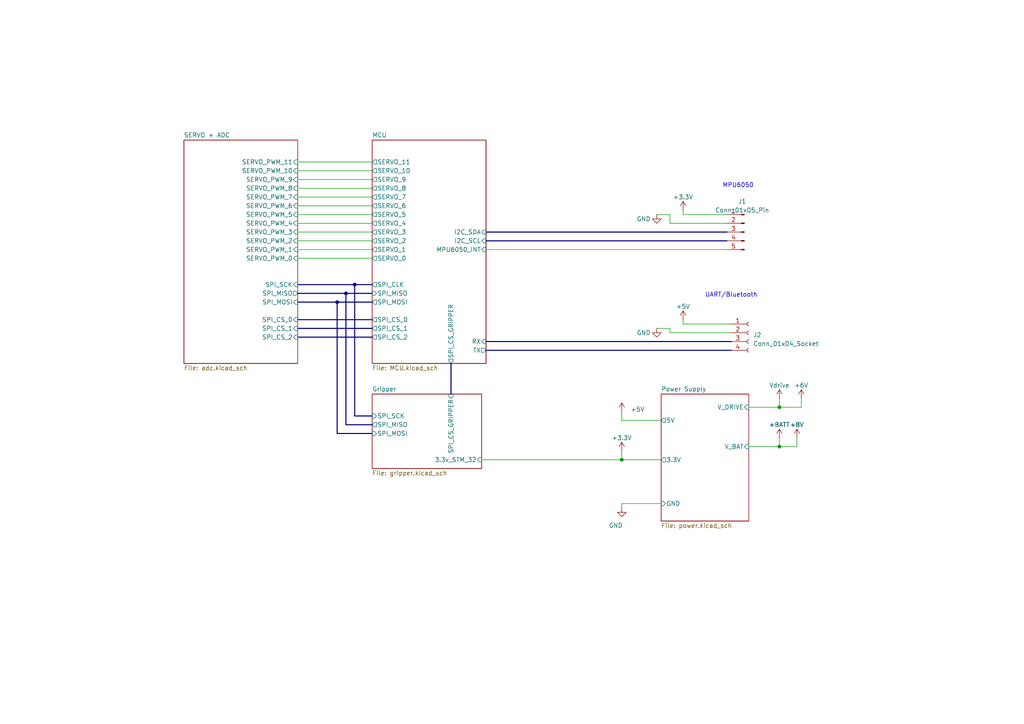
<source format=kicad_sch>
(kicad_sch (version 20230121) (generator eeschema)
  (paper "A4")
  (title_block (title "Hexapod v2.0"))
  (lib_symbols
    (symbol "Connector:Conn_01x04_Socket" (pin_names (offset 1.016) hide)
      (property "Reference" "J" (at 0 5.08 0))
      (property "Value" "Conn_01x04_Socket" (at 0 -7.62 0))
      (symbol "Conn_01x04_Socket_1_1"
        (arc (start 0 -4.572) (mid -0.5058 -5.08) (end 0 -5.588) (stroke (width 0.1524)))
        (arc (start 0 -2.032) (mid -0.5058 -2.54) (end 0 -3.048) (stroke (width 0.1524)))
        (polyline (pts (xy -1.27 -5.08) (xy -0.508 -5.08)) (stroke (width 0.1524)))
        (polyline (pts (xy -1.27 -2.54) (xy -0.508 -2.54)) (stroke (width 0.1524)))
        (polyline (pts (xy -1.27 0) (xy -0.508 0)) (stroke (width 0.1524)))
        (polyline (pts (xy -1.27 2.54) (xy -0.508 2.54)) (stroke (width 0.1524)))
        (arc (start 0 0.508) (mid -0.5058 0) (end 0 -0.508) (stroke (width 0.1524)))
        (arc (start 0 3.048) (mid -0.5058 2.54) (end 0 2.032) (stroke (width 0.1524)))
        (pin passive line (at -5.08 2.54 0) (length 3.81) (name "Pin_1") (number "1"))
        (pin passive line (at -5.08 0 0) (length 3.81) (name "Pin_2") (number "2"))
        (pin passive line (at -5.08 -2.54 0) (length 3.81) (name "Pin_3") (number "3"))
        (pin passive line (at -5.08 -5.08 0) (length 3.81) (name "Pin_4") (number "4"))
      )
    )
    (symbol "Connector:Conn_01x05_Pin" (pin_names (offset 1.016) hide)
      (property "Reference" "J" (at 0 7.62 0))
      (property "Value" "Conn_01x05_Pin" (at 0 -7.62 0))
      (symbol "Conn_01x05_Pin_1_1"
        (polyline (pts (xy 1.27 -5.08) (xy 0.8636 -5.08)) (stroke (width 0.1524)))
        (polyline (pts (xy 1.27 -2.54) (xy 0.8636 -2.54)) (stroke (width 0.1524)))
        (polyline (pts (xy 1.27 0) (xy 0.8636 0)) (stroke (width 0.1524)))
        (polyline (pts (xy 1.27 2.54) (xy 0.8636 2.54)) (stroke (width 0.1524)))
        (polyline (pts (xy 1.27 5.08) (xy 0.8636 5.08)) (stroke (width 0.1524)))
        (rectangle (start 0.8636 -4.953) (end 0 -5.207) (stroke (width 0.1524)) (fill (type outline)))
        (rectangle (start 0.8636 -2.413) (end 0 -2.667) (stroke (width 0.1524)) (fill (type outline)))
        (rectangle (start 0.8636 0.127) (end 0 -0.127) (stroke (width 0.1524)) (fill (type outline)))
        (rectangle (start 0.8636 2.667) (end 0 2.413) (stroke (width 0.1524)) (fill (type outline)))
        (rectangle (start 0.8636 5.207) (end 0 4.953) (stroke (width 0.1524)) (fill (type outline)))
        (pin passive line (at 5.08 5.08 180) (length 3.81) (name "Pin_1") (number "1"))
        (pin passive line (at 5.08 2.54 180) (length 3.81) (name "Pin_2") (number "2"))
        (pin passive line (at 5.08 0 180) (length 3.81) (name "Pin_3") (number "3"))
        (pin passive line (at 5.08 -2.54 180) (length 3.81) (name "Pin_4") (number "4"))
        (pin passive line (at 5.08 -5.08 180) (length 3.81) (name "Pin_5") (number "5"))
      )
    )
    (symbol "power:+3.3V" (power) (pin_names (offset 0))
      (property "Value" "+3.3V" (at 0 3.556 0))
      (symbol "+3.3V_0_1"
        (polyline (pts (xy -0.762 1.27) (xy 0 2.54)))
        (polyline (pts (xy 0 0) (xy 0 2.54)))
        (polyline (pts (xy 0 2.54) (xy 0.762 1.27)))
      )
      (symbol "+3.3V_1_1"
        (pin power_in line (at 0 0 90) (length 0) hide (name "+3.3V") (number "1"))
      )
    )
    (symbol "power:+5V" (power) (pin_names (offset 0))
      (property "Value" "+5V" (at 0 3.556 0))
      (symbol "+5V_0_1"
        (polyline (pts (xy -0.762 1.27) (xy 0 2.54)))
        (polyline (pts (xy 0 0) (xy 0 2.54)))
        (polyline (pts (xy 0 2.54) (xy 0.762 1.27)))
      )
      (symbol "+5V_1_1"
        (pin power_in line (at 0 0 90) (length 0) hide (name "+5V") (number "1"))
      )
    )
    (symbol "power:+6V" (power) (pin_names (offset 0))
      (property "Value" "+6V" (at 0 3.556 0))
      (symbol "+6V_0_1"
        (polyline (pts (xy -0.762 1.27) (xy 0 2.54)))
        (polyline (pts (xy 0 0) (xy 0 2.54)))
        (polyline (pts (xy 0 2.54) (xy 0.762 1.27)))
      )
      (symbol "+6V_1_1"
        (pin power_in line (at 0 0 90) (length 0) hide (name "+6V") (number "1"))
      )
    )
    (symbol "power:+8V" (power) (pin_names (offset 0))
      (property "Value" "+8V" (at 0 3.556 0))
      (symbol "+8V_0_1"
        (polyline (pts (xy -0.762 1.27) (xy 0 2.54)))
        (polyline (pts (xy 0 0) (xy 0 2.54)))
        (polyline (pts (xy 0 2.54) (xy 0.762 1.27)))
      )
      (symbol "+8V_1_1"
        (pin power_in line (at 0 0 90) (length 0) hide (name "+8V") (number "1"))
      )
    )
    (symbol "power:+BATT" (power) (pin_names (offset 0))
      (property "Value" "+BATT" (at 0 3.556 0))
      (symbol "+BATT_0_1"
        (polyline (pts (xy -0.762 1.27) (xy 0 2.54)))
        (polyline (pts (xy 0 0) (xy 0 2.54)))
        (polyline (pts (xy 0 2.54) (xy 0.762 1.27)))
      )
      (symbol "+BATT_1_1"
        (pin power_in line (at 0 0 90) (length 0) hide (name "+BATT") (number "1"))
      )
    )
    (symbol "power:GND" (power) (pin_names (offset 0))
      (property "Value" "GND" (at 0 -3.81 0))
      (symbol "GND_0_1"
        (polyline (pts (xy 0 0) (xy 0 -1.27) (xy 1.27 -1.27) (xy 0 -2.54) (xy -1.27 -1.27) (xy 0 -1.27)))
      )
      (symbol "GND_1_1"
        (pin power_in line (at 0 0 270) (length 0) hide (name "GND") (number "1"))
      )
    )
    (symbol "power:Vdrive" (power) (pin_names (offset 0))
      (property "Value" "Vdrive" (at 0 3.81 0))
      (symbol "Vdrive_0_1"
        (polyline (pts (xy -0.762 1.27) (xy 0 2.54)))
        (polyline (pts (xy 0 0) (xy 0 2.54)))
        (polyline (pts (xy 0 2.54) (xy 0.762 1.27)))
      )
      (symbol "Vdrive_1_1"
        (pin power_in line (at 0 0 90) (length 0) hide (name "Vdrive") (number "1"))
      )
    )
  )
  (junction (at 226.06 118.11))
  (junction (at 97.79 87.63))
  (junction (at 102.87 82.55))
  (junction (at 226.06 129.54))
  (junction (at 100.33 85.09))
  (junction (at 180.34 133.35))
  (wire (pts (xy 232.41 118.11) (xy 226.06 118.11)))
  (bus (pts (xy 107.95 123.19) (xy 100.33 123.19)))
  (bus (pts (xy 102.87 120.65) (xy 102.87 82.55)))
  (wire (pts (xy 194.31 64.77) (xy 210.82 64.77)))
  (wire (pts (xy 194.31 95.25) (xy 194.31 96.52)))
  (bus (pts (xy 107.95 120.65) (xy 102.87 120.65)))
  (bus (pts (xy 86.36 97.79) (xy 107.95 97.79)))
  (wire (pts (xy 232.41 115.57) (xy 232.41 118.11)))
  (wire (pts (xy 86.36 74.93) (xy 107.95 74.93)))
  (wire (pts (xy 226.06 115.57) (xy 226.06 118.11)))
  (bus (pts (xy 140.97 99.06) (xy 212.09 99.06)))
  (wire (pts (xy 86.36 54.61) (xy 107.95 54.61)))
  (wire (pts (xy 226.06 118.11) (xy 217.17 118.11)))
  (wire (pts (xy 194.31 96.52) (xy 212.09 96.52)))
  (bus (pts (xy 140.97 101.6) (xy 212.09 101.6)))
  (wire (pts (xy 86.36 49.53) (xy 107.95 49.53)))
  (wire (pts (xy 231.14 129.54) (xy 226.06 129.54)))
  (wire (pts (xy 86.36 52.07) (xy 107.95 52.07)))
  (wire (pts (xy 198.12 93.98) (xy 198.12 92.71)))
  (wire (pts (xy 86.36 67.31) (xy 107.95 67.31)))
  (wire (pts (xy 140.97 72.39) (xy 210.82 72.39)))
  (bus (pts (xy 102.87 82.55) (xy 107.95 82.55)))
  (wire (pts (xy 180.34 121.92) (xy 180.34 119.38)))
  (wire (pts (xy 86.36 59.69) (xy 107.95 59.69)))
  (wire (pts (xy 194.31 62.23) (xy 194.31 64.77)))
  (bus (pts (xy 86.36 92.71) (xy 107.95 92.71)))
  (wire (pts (xy 191.77 121.92) (xy 180.34 121.92)))
  (wire (pts (xy 180.34 130.81) (xy 180.34 133.35)))
  (wire (pts (xy 190.5 95.25) (xy 194.31 95.25)))
  (wire (pts (xy 180.34 133.35) (xy 191.77 133.35)))
  (wire (pts (xy 198.12 62.23) (xy 210.82 62.23)))
  (wire (pts (xy 226.06 127) (xy 226.06 129.54)))
  (bus (pts (xy 140.97 69.85) (xy 210.82 69.85)))
  (bus (pts (xy 86.36 95.25) (xy 107.95 95.25)))
  (wire (pts (xy 231.14 127) (xy 231.14 129.54)))
  (wire (pts (xy 217.17 129.54) (xy 226.06 129.54)))
  (wire (pts (xy 86.36 62.23) (xy 107.95 62.23)))
  (wire (pts (xy 86.36 46.99) (xy 107.95 46.99)))
  (bus (pts (xy 86.36 87.63) (xy 97.79 87.63)))
  (wire (pts (xy 190.5 62.23) (xy 194.31 62.23)))
  (bus (pts (xy 97.79 87.63) (xy 107.95 87.63)))
  (wire (pts (xy 86.36 64.77) (xy 107.95 64.77)))
  (wire (pts (xy 86.36 69.85) (xy 107.95 69.85)))
  (wire (pts (xy 212.09 93.98) (xy 198.12 93.98)))
  (bus (pts (xy 86.36 82.55) (xy 102.87 82.55)))
  (bus (pts (xy 97.79 125.73) (xy 97.79 87.63)))
  (bus (pts (xy 107.95 125.73) (xy 97.79 125.73)))
  (bus (pts (xy 100.33 123.19) (xy 100.33 85.09)))
  (wire (pts (xy 86.36 72.39) (xy 107.95 72.39)))
  (wire (pts (xy 180.34 146.05) (xy 191.77 146.05)))
  (wire (pts (xy 180.34 146.05) (xy 180.34 147.32)))
  (bus (pts (xy 100.33 85.09) (xy 107.95 85.09)))
  (bus (pts (xy 140.97 67.31) (xy 210.82 67.31)))
  (wire (pts (xy 198.12 62.23) (xy 198.12 60.96)))
  (wire (pts (xy 139.7 133.35) (xy 180.34 133.35)))
  (wire (pts (xy 86.36 57.15) (xy 107.95 57.15)))
  (bus (pts (xy 86.36 85.09) (xy 100.33 85.09)))
  (bus (pts (xy 130.81 105.41) (xy 130.81 114.3)))
  (text "MPU6050" (at 209.55 54.61 0) (effects (font (size 1.27 1.27)) (justify left bottom)))
  (text "UART/Bluetooth\n" (at 204.47 86.36 0) (effects (font (size 1.27 1.27)) (justify left bottom)))
  (symbol (lib_id "power:+5V") (at 180.34 119.38 0) (unit 1)
    (property "Reference" "#PWR04" (effects hide))
    (property "Value" "+5V" (at 182.88 118.745 0) (effects (justify left)))
  )
  (symbol (lib_id "Connector:Conn_01x04_Socket") (at 217.17 96.52 0) (unit 1)
    (property "Reference" "J2" (at 218.44 97.155 0) (effects (justify left)))
    (property "Value" "Conn_01x04_Socket" (at 218.44 99.695 0) (effects (justify left)))
    (property "Footprint" "Connector_PinHeader_2.54mm:PinHeader_1x04_P2.54mm_Vertical" (effects hide))
  )
  (symbol (lib_id "power:+3.3V") (at 198.12 60.96 0) (unit 1)
    (property "Reference" "#PWR07" (effects hide))
    (property "Value" "+3.3V" (at 198.12 57.15 0))
  )
  (symbol (lib_id "power:GND") (at 190.5 95.25 0) (unit 1)
    (property "Reference" "#PWR010" (effects hide))
    (property "Value" "GND" (at 186.69 96.52 0))
  )
  (symbol (lib_id "power:Vdrive") (at 226.06 115.57 0) (unit 1)
    (property "Reference" "#PWR03" (effects hide))
    (property "Value" "Vdrive" (at 226.06 111.76 0))
  )
  (symbol (lib_id "power:+3.3V") (at 180.34 130.81 0) (unit 1)
    (property "Reference" "#PWR05" (effects hide))
    (property "Value" "+3.3V" (at 180.34 127 0))
  )
  (symbol (lib_id "power:+5V") (at 198.12 92.71 0) (unit 1)
    (property "Reference" "#PWR09" (effects hide))
    (property "Value" "+5V" (at 198.12 88.9 0))
  )
  (symbol (lib_id "power:+BATT") (at 226.06 127 0) (unit 1)
    (property "Reference" "#PWR02" (effects hide))
    (property "Value" "+BATT" (at 226.06 123.19 0))
  )
  (symbol (lib_id "power:GND") (at 180.34 147.32 0) (unit 1)
    (property "Reference" "#PWR06" (effects hide))
    (property "Value" "GND" (at 176.53 152.4 0) (effects (justify left)))
  )
  (symbol (lib_id "power:GND") (at 190.5 62.23 0) (unit 1)
    (property "Reference" "#PWR08" (effects hide))
    (property "Value" "GND" (at 186.69 63.5 0))
  )
  (symbol (lib_id "power:+8V") (at 231.14 127 0) (unit 1)
    (property "Reference" "#PWR086" (effects hide))
    (property "Value" "+8V" (at 231.14 123.19 0))
  )
  (symbol (lib_id "Connector:Conn_01x05_Pin") (at 215.9 67.31 0) (mirror y) (unit 1)
    (property "Reference" "J1" (at 215.265 58.42 0))
    (property "Value" "Conn_01x05_Pin" (at 215.265 60.96 0))
    (property "Footprint" "Connector_PinSocket_2.54mm:PinSocket_1x05_P2.54mm_Vertical" (effects hide))
  )
  (symbol (lib_id "power:+6V") (at 232.41 115.57 0) (unit 1)
    (property "Reference" "#PWR01" (effects hide))
    (property "Value" "+6V" (at 232.41 111.76 0))
  )
  (sheet (at 107.95 114.3) (size 31.75 21.59) (stroke (width 0.1524))
    (property "Sheetname" "Gripper" (at 107.95 113.5884 0) (effects (justify left bottom)))
    (property "Sheetfile" "gripper.kicad_sch" (at 107.95 136.4746 0) (effects (justify left top)))
    (pin "SPI_SCK" input (at 107.95 120.65 180))
    (pin "SPI_MISO" output (at 107.95 123.19 180))
    (pin "SPI_CS_GRIPPER" input (at 130.81 114.3 90))
    (pin "SPI_MOSI" input (at 107.95 125.73 180))
    (pin "3.3v_STM_32" input (at 139.7 133.35 0))
  )
  (sheet (at 191.77 114.3) (size 25.4 36.83) (stroke (width 0.1524))
    (property "Sheetname" "Power Supply" (at 191.77 113.5884 0) (effects (justify left bottom)))
    (property "Sheetfile" "power.kicad_sch" (at 191.77 151.7146 0) (effects (justify left top)))
    (pin "5V" output (at 191.77 121.92 180))
    (pin "GND" input (at 191.77 146.05 180))
    (pin "3.3V" output (at 191.77 133.35 180))
    (pin "V_DRIVE" input (at 217.17 118.11 0))
    (pin "V_BAT" input (at 217.17 129.54 0))
  )
  (sheet (at 53.34 40.64) (size 33.02 64.77) (stroke (width 0.1524))
    (property "Sheetname" "SERVO + ADC" (at 53.34 39.9284 0) (effects (justify left bottom)))
    (property "Sheetfile" "adc.kicad_sch" (at 53.34 105.9946 0) (effects (justify left top)))
    (pin "SERVO_PWM_7" input (at 86.36 57.15 0))
    (pin "SERVO_PWM_9" input (at 86.36 52.07 0))
    (pin "SERVO_PWM_11" input (at 86.36 46.99 0))
    (pin "SERVO_PWM_6" input (at 86.36 59.69 0))
    (pin "SERVO_PWM_8" input (at 86.36 54.61 0))
    (pin "SERVO_PWM_10" input (at 86.36 49.53 0))
    (pin "SERVO_PWM_3" input (at 86.36 67.31 0))
    (pin "SERVO_PWM_0" input (at 86.36 74.93 0))
    (pin "SERVO_PWM_2" input (at 86.36 69.85 0))
    (pin "SERVO_PWM_5" input (at 86.36 62.23 0))
    (pin "SERVO_PWM_1" input (at 86.36 72.39 0))
    (pin "SERVO_PWM_4" input (at 86.36 64.77 0))
    (pin "SPI_SCK" input (at 86.36 82.55 0))
    (pin "SPI_MISO" output (at 86.36 85.09 0))
    (pin "SPI_MOSI" input (at 86.36 87.63 0))
    (pin "SPI_CS_0" input (at 86.36 92.71 0))
    (pin "SPI_CS_1" input (at 86.36 95.25 0))
    (pin "SPI_CS_2" input (at 86.36 97.79 0))
  )
  (sheet (at 107.95 40.64) (size 33.02 64.77) (stroke (width 0.1524))
    (property "Sheetname" "MCU" (at 107.95 39.9284 0) (effects (justify left bottom)))
    (property "Sheetfile" "MCU.kicad_sch" (at 107.95 105.9946 0) (effects (justify left top)))
    (pin "SPI_CS_2" output (at 107.95 97.79 180))
    (pin "SERVO_10" output (at 107.95 49.53 180))
    (pin "SPI_CS_1" output (at 107.95 95.25 180))
    (pin "SERVO_11" output (at 107.95 46.99 180))
    (pin "SPI_CLK" output (at 107.95 82.55 180))
    (pin "SERVO_0" output (at 107.95 74.93 180))
    (pin "SPI_MOSI" output (at 107.95 87.63 180))
    (pin "SPI_MISO" input (at 107.95 85.09 180))
    (pin "SPI_CS_0" output (at 107.95 92.71 180))
    (pin "SERVO_5" output (at 107.95 62.23 180))
    (pin "SERVO_2" output (at 107.95 69.85 180))
    (pin "SERVO_3" output (at 107.95 67.31 180))
    (pin "SERVO_1" output (at 107.95 72.39 180))
    (pin "SERVO_4" output (at 107.95 64.77 180))
    (pin "SERVO_6" output (at 107.95 59.69 180))
    (pin "SERVO_7" output (at 107.95 57.15 180))
    (pin "SERVO_9" output (at 107.95 52.07 180))
    (pin "SERVO_8" output (at 107.95 54.61 180))
    (pin "I2C_SDA" input (at 140.97 67.31 0))
    (pin "I2C_SCL" input (at 140.97 69.85 0))
    (pin "RX" input (at 140.97 99.06 0))
    (pin "TX" output (at 140.97 101.6 0))
    (pin "SPI_CS_GRIPPER" output (at 130.81 105.41 270))
    (pin "MPU6050_INT" input (at 140.97 72.39 0))
  )
)
</source>
